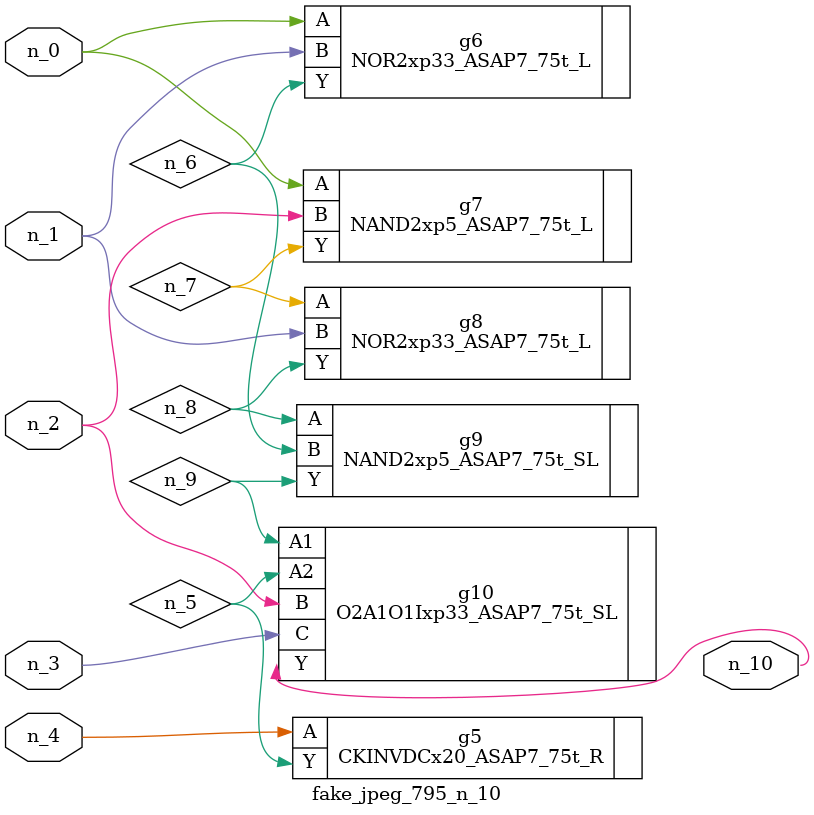
<source format=v>
module fake_jpeg_795_n_10 (n_3, n_2, n_1, n_0, n_4, n_10);

input n_3;
input n_2;
input n_1;
input n_0;
input n_4;

output n_10;

wire n_8;
wire n_9;
wire n_6;
wire n_5;
wire n_7;

CKINVDCx20_ASAP7_75t_R g5 ( 
.A(n_4),
.Y(n_5)
);

NOR2xp33_ASAP7_75t_L g6 ( 
.A(n_0),
.B(n_1),
.Y(n_6)
);

NAND2xp5_ASAP7_75t_L g7 ( 
.A(n_0),
.B(n_2),
.Y(n_7)
);

NOR2xp33_ASAP7_75t_L g8 ( 
.A(n_7),
.B(n_1),
.Y(n_8)
);

NAND2xp5_ASAP7_75t_SL g9 ( 
.A(n_8),
.B(n_6),
.Y(n_9)
);

O2A1O1Ixp33_ASAP7_75t_SL g10 ( 
.A1(n_9),
.A2(n_5),
.B(n_2),
.C(n_3),
.Y(n_10)
);


endmodule
</source>
